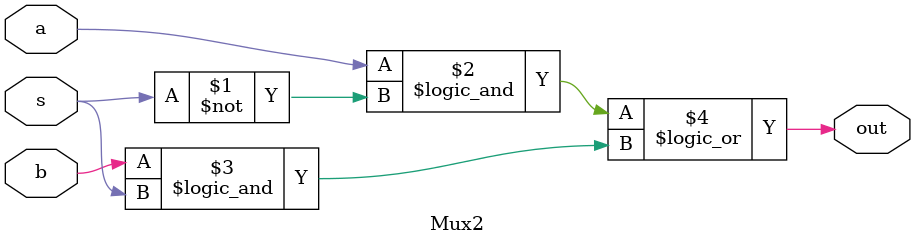
<source format=v>
`timescale 1ns / 1ps

module Mux2(input a,b,s, output out);
assign out = (a&&~s)||(b&&s);
endmodule


</source>
